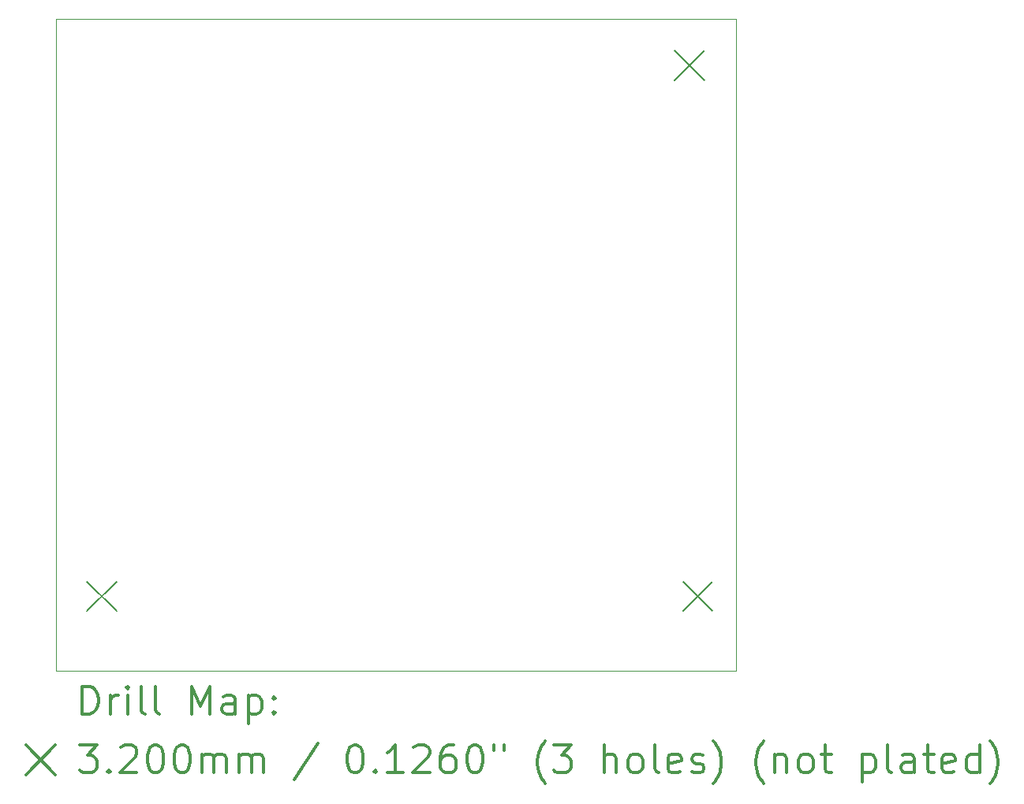
<source format=gbr>
%FSLAX45Y45*%
G04 Gerber Fmt 4.5, Leading zero omitted, Abs format (unit mm)*
G04 Created by KiCad (PCBNEW (5.1.10)-1) date 2022-02-10 20:55:54*
%MOMM*%
%LPD*%
G01*
G04 APERTURE LIST*
%TA.AperFunction,Profile*%
%ADD10C,0.050000*%
%TD*%
%ADD11C,0.200000*%
%ADD12C,0.300000*%
G04 APERTURE END LIST*
D10*
X10200000Y-7200000D02*
X10200000Y-14200000D01*
X17500000Y-7200000D02*
X10200000Y-7200000D01*
X17500000Y-14200000D02*
X17400000Y-14200000D01*
X17500000Y-7200000D02*
X17500000Y-14200000D01*
X17400000Y-14200000D02*
X10200000Y-14200000D01*
D11*
X10530190Y-13242550D02*
X10850190Y-13562550D01*
X10850190Y-13242550D02*
X10530190Y-13562550D01*
X16840000Y-7540000D02*
X17160000Y-7860000D01*
X17160000Y-7540000D02*
X16840000Y-7860000D01*
X16930190Y-13242550D02*
X17250190Y-13562550D01*
X17250190Y-13242550D02*
X16930190Y-13562550D01*
D12*
X10483928Y-14668214D02*
X10483928Y-14368214D01*
X10555357Y-14368214D01*
X10598214Y-14382500D01*
X10626786Y-14411071D01*
X10641071Y-14439643D01*
X10655357Y-14496786D01*
X10655357Y-14539643D01*
X10641071Y-14596786D01*
X10626786Y-14625357D01*
X10598214Y-14653929D01*
X10555357Y-14668214D01*
X10483928Y-14668214D01*
X10783928Y-14668214D02*
X10783928Y-14468214D01*
X10783928Y-14525357D02*
X10798214Y-14496786D01*
X10812500Y-14482500D01*
X10841071Y-14468214D01*
X10869643Y-14468214D01*
X10969643Y-14668214D02*
X10969643Y-14468214D01*
X10969643Y-14368214D02*
X10955357Y-14382500D01*
X10969643Y-14396786D01*
X10983928Y-14382500D01*
X10969643Y-14368214D01*
X10969643Y-14396786D01*
X11155357Y-14668214D02*
X11126786Y-14653929D01*
X11112500Y-14625357D01*
X11112500Y-14368214D01*
X11312500Y-14668214D02*
X11283928Y-14653929D01*
X11269643Y-14625357D01*
X11269643Y-14368214D01*
X11655357Y-14668214D02*
X11655357Y-14368214D01*
X11755357Y-14582500D01*
X11855357Y-14368214D01*
X11855357Y-14668214D01*
X12126786Y-14668214D02*
X12126786Y-14511071D01*
X12112500Y-14482500D01*
X12083928Y-14468214D01*
X12026786Y-14468214D01*
X11998214Y-14482500D01*
X12126786Y-14653929D02*
X12098214Y-14668214D01*
X12026786Y-14668214D01*
X11998214Y-14653929D01*
X11983928Y-14625357D01*
X11983928Y-14596786D01*
X11998214Y-14568214D01*
X12026786Y-14553929D01*
X12098214Y-14553929D01*
X12126786Y-14539643D01*
X12269643Y-14468214D02*
X12269643Y-14768214D01*
X12269643Y-14482500D02*
X12298214Y-14468214D01*
X12355357Y-14468214D01*
X12383928Y-14482500D01*
X12398214Y-14496786D01*
X12412500Y-14525357D01*
X12412500Y-14611071D01*
X12398214Y-14639643D01*
X12383928Y-14653929D01*
X12355357Y-14668214D01*
X12298214Y-14668214D01*
X12269643Y-14653929D01*
X12541071Y-14639643D02*
X12555357Y-14653929D01*
X12541071Y-14668214D01*
X12526786Y-14653929D01*
X12541071Y-14639643D01*
X12541071Y-14668214D01*
X12541071Y-14482500D02*
X12555357Y-14496786D01*
X12541071Y-14511071D01*
X12526786Y-14496786D01*
X12541071Y-14482500D01*
X12541071Y-14511071D01*
X9877500Y-15002500D02*
X10197500Y-15322500D01*
X10197500Y-15002500D02*
X9877500Y-15322500D01*
X10455357Y-14998214D02*
X10641071Y-14998214D01*
X10541071Y-15112500D01*
X10583928Y-15112500D01*
X10612500Y-15126786D01*
X10626786Y-15141071D01*
X10641071Y-15169643D01*
X10641071Y-15241071D01*
X10626786Y-15269643D01*
X10612500Y-15283929D01*
X10583928Y-15298214D01*
X10498214Y-15298214D01*
X10469643Y-15283929D01*
X10455357Y-15269643D01*
X10769643Y-15269643D02*
X10783928Y-15283929D01*
X10769643Y-15298214D01*
X10755357Y-15283929D01*
X10769643Y-15269643D01*
X10769643Y-15298214D01*
X10898214Y-15026786D02*
X10912500Y-15012500D01*
X10941071Y-14998214D01*
X11012500Y-14998214D01*
X11041071Y-15012500D01*
X11055357Y-15026786D01*
X11069643Y-15055357D01*
X11069643Y-15083929D01*
X11055357Y-15126786D01*
X10883928Y-15298214D01*
X11069643Y-15298214D01*
X11255357Y-14998214D02*
X11283928Y-14998214D01*
X11312500Y-15012500D01*
X11326786Y-15026786D01*
X11341071Y-15055357D01*
X11355357Y-15112500D01*
X11355357Y-15183929D01*
X11341071Y-15241071D01*
X11326786Y-15269643D01*
X11312500Y-15283929D01*
X11283928Y-15298214D01*
X11255357Y-15298214D01*
X11226786Y-15283929D01*
X11212500Y-15269643D01*
X11198214Y-15241071D01*
X11183928Y-15183929D01*
X11183928Y-15112500D01*
X11198214Y-15055357D01*
X11212500Y-15026786D01*
X11226786Y-15012500D01*
X11255357Y-14998214D01*
X11541071Y-14998214D02*
X11569643Y-14998214D01*
X11598214Y-15012500D01*
X11612500Y-15026786D01*
X11626786Y-15055357D01*
X11641071Y-15112500D01*
X11641071Y-15183929D01*
X11626786Y-15241071D01*
X11612500Y-15269643D01*
X11598214Y-15283929D01*
X11569643Y-15298214D01*
X11541071Y-15298214D01*
X11512500Y-15283929D01*
X11498214Y-15269643D01*
X11483928Y-15241071D01*
X11469643Y-15183929D01*
X11469643Y-15112500D01*
X11483928Y-15055357D01*
X11498214Y-15026786D01*
X11512500Y-15012500D01*
X11541071Y-14998214D01*
X11769643Y-15298214D02*
X11769643Y-15098214D01*
X11769643Y-15126786D02*
X11783928Y-15112500D01*
X11812500Y-15098214D01*
X11855357Y-15098214D01*
X11883928Y-15112500D01*
X11898214Y-15141071D01*
X11898214Y-15298214D01*
X11898214Y-15141071D02*
X11912500Y-15112500D01*
X11941071Y-15098214D01*
X11983928Y-15098214D01*
X12012500Y-15112500D01*
X12026786Y-15141071D01*
X12026786Y-15298214D01*
X12169643Y-15298214D02*
X12169643Y-15098214D01*
X12169643Y-15126786D02*
X12183928Y-15112500D01*
X12212500Y-15098214D01*
X12255357Y-15098214D01*
X12283928Y-15112500D01*
X12298214Y-15141071D01*
X12298214Y-15298214D01*
X12298214Y-15141071D02*
X12312500Y-15112500D01*
X12341071Y-15098214D01*
X12383928Y-15098214D01*
X12412500Y-15112500D01*
X12426786Y-15141071D01*
X12426786Y-15298214D01*
X13012500Y-14983929D02*
X12755357Y-15369643D01*
X13398214Y-14998214D02*
X13426786Y-14998214D01*
X13455357Y-15012500D01*
X13469643Y-15026786D01*
X13483928Y-15055357D01*
X13498214Y-15112500D01*
X13498214Y-15183929D01*
X13483928Y-15241071D01*
X13469643Y-15269643D01*
X13455357Y-15283929D01*
X13426786Y-15298214D01*
X13398214Y-15298214D01*
X13369643Y-15283929D01*
X13355357Y-15269643D01*
X13341071Y-15241071D01*
X13326786Y-15183929D01*
X13326786Y-15112500D01*
X13341071Y-15055357D01*
X13355357Y-15026786D01*
X13369643Y-15012500D01*
X13398214Y-14998214D01*
X13626786Y-15269643D02*
X13641071Y-15283929D01*
X13626786Y-15298214D01*
X13612500Y-15283929D01*
X13626786Y-15269643D01*
X13626786Y-15298214D01*
X13926786Y-15298214D02*
X13755357Y-15298214D01*
X13841071Y-15298214D02*
X13841071Y-14998214D01*
X13812500Y-15041071D01*
X13783928Y-15069643D01*
X13755357Y-15083929D01*
X14041071Y-15026786D02*
X14055357Y-15012500D01*
X14083928Y-14998214D01*
X14155357Y-14998214D01*
X14183928Y-15012500D01*
X14198214Y-15026786D01*
X14212500Y-15055357D01*
X14212500Y-15083929D01*
X14198214Y-15126786D01*
X14026786Y-15298214D01*
X14212500Y-15298214D01*
X14469643Y-14998214D02*
X14412500Y-14998214D01*
X14383928Y-15012500D01*
X14369643Y-15026786D01*
X14341071Y-15069643D01*
X14326786Y-15126786D01*
X14326786Y-15241071D01*
X14341071Y-15269643D01*
X14355357Y-15283929D01*
X14383928Y-15298214D01*
X14441071Y-15298214D01*
X14469643Y-15283929D01*
X14483928Y-15269643D01*
X14498214Y-15241071D01*
X14498214Y-15169643D01*
X14483928Y-15141071D01*
X14469643Y-15126786D01*
X14441071Y-15112500D01*
X14383928Y-15112500D01*
X14355357Y-15126786D01*
X14341071Y-15141071D01*
X14326786Y-15169643D01*
X14683928Y-14998214D02*
X14712500Y-14998214D01*
X14741071Y-15012500D01*
X14755357Y-15026786D01*
X14769643Y-15055357D01*
X14783928Y-15112500D01*
X14783928Y-15183929D01*
X14769643Y-15241071D01*
X14755357Y-15269643D01*
X14741071Y-15283929D01*
X14712500Y-15298214D01*
X14683928Y-15298214D01*
X14655357Y-15283929D01*
X14641071Y-15269643D01*
X14626786Y-15241071D01*
X14612500Y-15183929D01*
X14612500Y-15112500D01*
X14626786Y-15055357D01*
X14641071Y-15026786D01*
X14655357Y-15012500D01*
X14683928Y-14998214D01*
X14898214Y-14998214D02*
X14898214Y-15055357D01*
X15012500Y-14998214D02*
X15012500Y-15055357D01*
X15455357Y-15412500D02*
X15441071Y-15398214D01*
X15412500Y-15355357D01*
X15398214Y-15326786D01*
X15383928Y-15283929D01*
X15369643Y-15212500D01*
X15369643Y-15155357D01*
X15383928Y-15083929D01*
X15398214Y-15041071D01*
X15412500Y-15012500D01*
X15441071Y-14969643D01*
X15455357Y-14955357D01*
X15541071Y-14998214D02*
X15726786Y-14998214D01*
X15626786Y-15112500D01*
X15669643Y-15112500D01*
X15698214Y-15126786D01*
X15712500Y-15141071D01*
X15726786Y-15169643D01*
X15726786Y-15241071D01*
X15712500Y-15269643D01*
X15698214Y-15283929D01*
X15669643Y-15298214D01*
X15583928Y-15298214D01*
X15555357Y-15283929D01*
X15541071Y-15269643D01*
X16083928Y-15298214D02*
X16083928Y-14998214D01*
X16212500Y-15298214D02*
X16212500Y-15141071D01*
X16198214Y-15112500D01*
X16169643Y-15098214D01*
X16126786Y-15098214D01*
X16098214Y-15112500D01*
X16083928Y-15126786D01*
X16398214Y-15298214D02*
X16369643Y-15283929D01*
X16355357Y-15269643D01*
X16341071Y-15241071D01*
X16341071Y-15155357D01*
X16355357Y-15126786D01*
X16369643Y-15112500D01*
X16398214Y-15098214D01*
X16441071Y-15098214D01*
X16469643Y-15112500D01*
X16483928Y-15126786D01*
X16498214Y-15155357D01*
X16498214Y-15241071D01*
X16483928Y-15269643D01*
X16469643Y-15283929D01*
X16441071Y-15298214D01*
X16398214Y-15298214D01*
X16669643Y-15298214D02*
X16641071Y-15283929D01*
X16626786Y-15255357D01*
X16626786Y-14998214D01*
X16898214Y-15283929D02*
X16869643Y-15298214D01*
X16812500Y-15298214D01*
X16783928Y-15283929D01*
X16769643Y-15255357D01*
X16769643Y-15141071D01*
X16783928Y-15112500D01*
X16812500Y-15098214D01*
X16869643Y-15098214D01*
X16898214Y-15112500D01*
X16912500Y-15141071D01*
X16912500Y-15169643D01*
X16769643Y-15198214D01*
X17026786Y-15283929D02*
X17055357Y-15298214D01*
X17112500Y-15298214D01*
X17141071Y-15283929D01*
X17155357Y-15255357D01*
X17155357Y-15241071D01*
X17141071Y-15212500D01*
X17112500Y-15198214D01*
X17069643Y-15198214D01*
X17041071Y-15183929D01*
X17026786Y-15155357D01*
X17026786Y-15141071D01*
X17041071Y-15112500D01*
X17069643Y-15098214D01*
X17112500Y-15098214D01*
X17141071Y-15112500D01*
X17255357Y-15412500D02*
X17269643Y-15398214D01*
X17298214Y-15355357D01*
X17312500Y-15326786D01*
X17326786Y-15283929D01*
X17341071Y-15212500D01*
X17341071Y-15155357D01*
X17326786Y-15083929D01*
X17312500Y-15041071D01*
X17298214Y-15012500D01*
X17269643Y-14969643D01*
X17255357Y-14955357D01*
X17798214Y-15412500D02*
X17783928Y-15398214D01*
X17755357Y-15355357D01*
X17741071Y-15326786D01*
X17726786Y-15283929D01*
X17712500Y-15212500D01*
X17712500Y-15155357D01*
X17726786Y-15083929D01*
X17741071Y-15041071D01*
X17755357Y-15012500D01*
X17783928Y-14969643D01*
X17798214Y-14955357D01*
X17912500Y-15098214D02*
X17912500Y-15298214D01*
X17912500Y-15126786D02*
X17926786Y-15112500D01*
X17955357Y-15098214D01*
X17998214Y-15098214D01*
X18026786Y-15112500D01*
X18041071Y-15141071D01*
X18041071Y-15298214D01*
X18226786Y-15298214D02*
X18198214Y-15283929D01*
X18183928Y-15269643D01*
X18169643Y-15241071D01*
X18169643Y-15155357D01*
X18183928Y-15126786D01*
X18198214Y-15112500D01*
X18226786Y-15098214D01*
X18269643Y-15098214D01*
X18298214Y-15112500D01*
X18312500Y-15126786D01*
X18326786Y-15155357D01*
X18326786Y-15241071D01*
X18312500Y-15269643D01*
X18298214Y-15283929D01*
X18269643Y-15298214D01*
X18226786Y-15298214D01*
X18412500Y-15098214D02*
X18526786Y-15098214D01*
X18455357Y-14998214D02*
X18455357Y-15255357D01*
X18469643Y-15283929D01*
X18498214Y-15298214D01*
X18526786Y-15298214D01*
X18855357Y-15098214D02*
X18855357Y-15398214D01*
X18855357Y-15112500D02*
X18883928Y-15098214D01*
X18941071Y-15098214D01*
X18969643Y-15112500D01*
X18983928Y-15126786D01*
X18998214Y-15155357D01*
X18998214Y-15241071D01*
X18983928Y-15269643D01*
X18969643Y-15283929D01*
X18941071Y-15298214D01*
X18883928Y-15298214D01*
X18855357Y-15283929D01*
X19169643Y-15298214D02*
X19141071Y-15283929D01*
X19126786Y-15255357D01*
X19126786Y-14998214D01*
X19412500Y-15298214D02*
X19412500Y-15141071D01*
X19398214Y-15112500D01*
X19369643Y-15098214D01*
X19312500Y-15098214D01*
X19283928Y-15112500D01*
X19412500Y-15283929D02*
X19383928Y-15298214D01*
X19312500Y-15298214D01*
X19283928Y-15283929D01*
X19269643Y-15255357D01*
X19269643Y-15226786D01*
X19283928Y-15198214D01*
X19312500Y-15183929D01*
X19383928Y-15183929D01*
X19412500Y-15169643D01*
X19512500Y-15098214D02*
X19626786Y-15098214D01*
X19555357Y-14998214D02*
X19555357Y-15255357D01*
X19569643Y-15283929D01*
X19598214Y-15298214D01*
X19626786Y-15298214D01*
X19841071Y-15283929D02*
X19812500Y-15298214D01*
X19755357Y-15298214D01*
X19726786Y-15283929D01*
X19712500Y-15255357D01*
X19712500Y-15141071D01*
X19726786Y-15112500D01*
X19755357Y-15098214D01*
X19812500Y-15098214D01*
X19841071Y-15112500D01*
X19855357Y-15141071D01*
X19855357Y-15169643D01*
X19712500Y-15198214D01*
X20112500Y-15298214D02*
X20112500Y-14998214D01*
X20112500Y-15283929D02*
X20083928Y-15298214D01*
X20026786Y-15298214D01*
X19998214Y-15283929D01*
X19983928Y-15269643D01*
X19969643Y-15241071D01*
X19969643Y-15155357D01*
X19983928Y-15126786D01*
X19998214Y-15112500D01*
X20026786Y-15098214D01*
X20083928Y-15098214D01*
X20112500Y-15112500D01*
X20226786Y-15412500D02*
X20241071Y-15398214D01*
X20269643Y-15355357D01*
X20283928Y-15326786D01*
X20298214Y-15283929D01*
X20312500Y-15212500D01*
X20312500Y-15155357D01*
X20298214Y-15083929D01*
X20283928Y-15041071D01*
X20269643Y-15012500D01*
X20241071Y-14969643D01*
X20226786Y-14955357D01*
M02*

</source>
